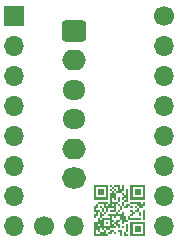
<source format=gbr>
%TF.GenerationSoftware,KiCad,Pcbnew,8.0.1*%
%TF.CreationDate,2024-05-19T23:11:23-04:00*%
%TF.ProjectId,stepstick-breakout,73746570-7374-4696-936b-2d627265616b,rev?*%
%TF.SameCoordinates,Original*%
%TF.FileFunction,Soldermask,Bot*%
%TF.FilePolarity,Negative*%
%FSLAX46Y46*%
G04 Gerber Fmt 4.6, Leading zero omitted, Abs format (unit mm)*
G04 Created by KiCad (PCBNEW 8.0.1) date 2024-05-19 23:11:23*
%MOMM*%
%LPD*%
G01*
G04 APERTURE LIST*
G04 Aperture macros list*
%AMRoundRect*
0 Rectangle with rounded corners*
0 $1 Rounding radius*
0 $2 $3 $4 $5 $6 $7 $8 $9 X,Y pos of 4 corners*
0 Add a 4 corners polygon primitive as box body*
4,1,4,$2,$3,$4,$5,$6,$7,$8,$9,$2,$3,0*
0 Add four circle primitives for the rounded corners*
1,1,$1+$1,$2,$3*
1,1,$1+$1,$4,$5*
1,1,$1+$1,$6,$7*
1,1,$1+$1,$8,$9*
0 Add four rect primitives between the rounded corners*
20,1,$1+$1,$2,$3,$4,$5,0*
20,1,$1+$1,$4,$5,$6,$7,0*
20,1,$1+$1,$6,$7,$8,$9,0*
20,1,$1+$1,$8,$9,$2,$3,0*%
G04 Aperture macros list end*
%ADD10C,0.000000*%
%ADD11RoundRect,0.264706X-0.760294X0.635294X-0.760294X-0.635294X0.760294X-0.635294X0.760294X0.635294X0*%
%ADD12O,2.000000X1.750000*%
%ADD13O,1.950000X1.700000*%
%ADD14O,2.050000X1.800000*%
%ADD15C,1.700000*%
%ADD16O,1.700000X1.700000*%
%ADD17R,1.700000X1.700000*%
G04 APERTURE END LIST*
D10*
%TO.C,G\u002A\u002A\u002A*%
G36*
X112535902Y-77667388D02*
G01*
X112535902Y-78014029D01*
X112449691Y-78014029D01*
X112363479Y-78014029D01*
X112363479Y-78098444D01*
X112363479Y-78182859D01*
X112449691Y-78182859D01*
X112535902Y-78182859D01*
X112535902Y-78270803D01*
X112535902Y-78358746D01*
X112450589Y-78359708D01*
X112449154Y-78359724D01*
X112426233Y-78359907D01*
X112400505Y-78360003D01*
X112372877Y-78360017D01*
X112344259Y-78359957D01*
X112315559Y-78359830D01*
X112287684Y-78359643D01*
X112261544Y-78359404D01*
X112238046Y-78359118D01*
X112218099Y-78358795D01*
X112202612Y-78358440D01*
X112192492Y-78358060D01*
X112188648Y-78357663D01*
X112188553Y-78357127D01*
X112188292Y-78351013D01*
X112188052Y-78338647D01*
X112187835Y-78320721D01*
X112187646Y-78297925D01*
X112187487Y-78270950D01*
X112187364Y-78240485D01*
X112187278Y-78207222D01*
X112187235Y-78171851D01*
X112187236Y-78135062D01*
X112187287Y-78097546D01*
X112187465Y-78010437D01*
X112273666Y-78010437D01*
X112359868Y-78010437D01*
X112359777Y-77752701D01*
X112359770Y-77731723D01*
X112359757Y-77686358D01*
X112359749Y-77641346D01*
X112359743Y-77597540D01*
X112359742Y-77555794D01*
X112359744Y-77516962D01*
X112359749Y-77481898D01*
X112359758Y-77451456D01*
X112359770Y-77426491D01*
X112359786Y-77407856D01*
X112359887Y-77320746D01*
X112447894Y-77320746D01*
X112535902Y-77320746D01*
X112535902Y-77667388D01*
G37*
G36*
X112191057Y-74565577D02*
G01*
X112104845Y-74565577D01*
X112018634Y-74565577D01*
X112018634Y-74649993D01*
X112018634Y-74734408D01*
X112104845Y-74734408D01*
X112191057Y-74734408D01*
X112191057Y-74820619D01*
X112191057Y-74906830D01*
X112275510Y-74906830D01*
X112359963Y-74906830D01*
X112359803Y-74735306D01*
X112359784Y-74713936D01*
X112359757Y-74674815D01*
X112359738Y-74635343D01*
X112359727Y-74596775D01*
X112359724Y-74560369D01*
X112359729Y-74527379D01*
X112359742Y-74499061D01*
X112359765Y-74476672D01*
X112359887Y-74389563D01*
X112447894Y-74389563D01*
X112535902Y-74389563D01*
X112535902Y-74908627D01*
X112535902Y-75251676D01*
X112535902Y-75424098D01*
X112535902Y-75427690D01*
X112448792Y-75427868D01*
X112447050Y-75427871D01*
X112415306Y-75427907D01*
X112379572Y-75427904D01*
X112342643Y-75427867D01*
X112307311Y-75427798D01*
X112276370Y-75427699D01*
X112191057Y-75427353D01*
X112191057Y-75598148D01*
X112191057Y-75768943D01*
X112275472Y-75768943D01*
X112359887Y-75768943D01*
X112359887Y-75682732D01*
X112359887Y-75596521D01*
X112532310Y-75596521D01*
X112704732Y-75596521D01*
X112704732Y-75510309D01*
X112704732Y-75424098D01*
X113137585Y-75424098D01*
X113570437Y-75424098D01*
X113570437Y-75510309D01*
X113570437Y-75596521D01*
X113654852Y-75596521D01*
X113739268Y-75596521D01*
X113739268Y-75510309D01*
X113739268Y-75424098D01*
X113827275Y-75424098D01*
X113915282Y-75424098D01*
X113915282Y-75598317D01*
X113915282Y-75772535D01*
X113829071Y-75772535D01*
X113742860Y-75772535D01*
X113742860Y-75858747D01*
X113742860Y-75941366D01*
X113742860Y-75944958D01*
X113655750Y-75945135D01*
X113654008Y-75945139D01*
X113622264Y-75945174D01*
X113586530Y-75945172D01*
X113549601Y-75945135D01*
X113514269Y-75945066D01*
X113483328Y-75944967D01*
X113398015Y-75944621D01*
X113398015Y-76113788D01*
X113398015Y-76115416D01*
X113398015Y-76286211D01*
X113484226Y-76286211D01*
X113570437Y-76286211D01*
X113570437Y-76460430D01*
X113570437Y-76634648D01*
X113482430Y-76634648D01*
X113394423Y-76634648D01*
X113394275Y-76549335D01*
X113394273Y-76548561D01*
X113394187Y-76517284D01*
X113394040Y-76481736D01*
X113393845Y-76444752D01*
X113393620Y-76409165D01*
X113393377Y-76377811D01*
X113392626Y-76291599D01*
X113222898Y-76290722D01*
X113053170Y-76289845D01*
X113053170Y-76376036D01*
X113053170Y-76462226D01*
X112966958Y-76462226D01*
X112880747Y-76462226D01*
X112880747Y-76548437D01*
X112880747Y-76634648D01*
X112794536Y-76634648D01*
X112708324Y-76634648D01*
X112708324Y-76719064D01*
X112708324Y-76803479D01*
X113139381Y-76803479D01*
X113570437Y-76803479D01*
X113570437Y-76891486D01*
X113570437Y-76979493D01*
X113483328Y-76979576D01*
X113477766Y-76979581D01*
X113459817Y-76979591D01*
X113435491Y-76979600D01*
X113405354Y-76979608D01*
X113369972Y-76979615D01*
X113329912Y-76979621D01*
X113285739Y-76979625D01*
X113238021Y-76979629D01*
X113187323Y-76979631D01*
X113134212Y-76979631D01*
X113079253Y-76979630D01*
X113023014Y-76979628D01*
X112966060Y-76979624D01*
X112535902Y-76979590D01*
X112535902Y-77065753D01*
X112535902Y-77151916D01*
X112448792Y-77152093D01*
X112447050Y-77152097D01*
X112415306Y-77152132D01*
X112379572Y-77152130D01*
X112342643Y-77152093D01*
X112307311Y-77152024D01*
X112276370Y-77151925D01*
X112191057Y-77151579D01*
X112191057Y-77237959D01*
X112191057Y-77324339D01*
X112103049Y-77324339D01*
X112015042Y-77324339D01*
X112014894Y-77239025D01*
X112014893Y-77238251D01*
X112014807Y-77206974D01*
X112014659Y-77171427D01*
X112014465Y-77134442D01*
X112014239Y-77098855D01*
X112013996Y-77067501D01*
X112013246Y-76981290D01*
X111929729Y-76980325D01*
X111846212Y-76979361D01*
X111846212Y-77065639D01*
X111846212Y-77151916D01*
X111760000Y-77151916D01*
X111673789Y-77151916D01*
X111673789Y-77236331D01*
X111673789Y-77320746D01*
X111760000Y-77320746D01*
X111846212Y-77320746D01*
X111846212Y-77493169D01*
X111846212Y-77494965D01*
X111846212Y-77669184D01*
X111758269Y-77669184D01*
X111670327Y-77669184D01*
X111669364Y-77583871D01*
X111668401Y-77498557D01*
X111584884Y-77497593D01*
X111501366Y-77496629D01*
X111501366Y-77582906D01*
X111501366Y-77669184D01*
X111414257Y-77669306D01*
X111402473Y-77669320D01*
X111376596Y-77669337D01*
X111345496Y-77669346D01*
X111310431Y-77669346D01*
X111272655Y-77669339D01*
X111233424Y-77669323D01*
X111193995Y-77669299D01*
X111155623Y-77669268D01*
X110984099Y-77669107D01*
X110984099Y-77753561D01*
X110984099Y-77838014D01*
X111156521Y-77838014D01*
X111328944Y-77838014D01*
X111328944Y-77924225D01*
X111328944Y-78010437D01*
X111415155Y-78010437D01*
X111501366Y-78010437D01*
X111501366Y-78098444D01*
X111501366Y-78186451D01*
X111413424Y-78186451D01*
X111325482Y-78186451D01*
X111324519Y-78101138D01*
X111323556Y-78015825D01*
X111240038Y-78014861D01*
X111156521Y-78013897D01*
X111156521Y-78100174D01*
X111156521Y-78186451D01*
X111069412Y-78186629D01*
X111067670Y-78186632D01*
X111035925Y-78186668D01*
X111000192Y-78186666D01*
X110963262Y-78186628D01*
X110927930Y-78186559D01*
X110896989Y-78186460D01*
X110811676Y-78186115D01*
X110811676Y-78272430D01*
X110811676Y-78358746D01*
X110724567Y-78359708D01*
X110711637Y-78359819D01*
X110690813Y-78359931D01*
X110664542Y-78360021D01*
X110633292Y-78360091D01*
X110597532Y-78360142D01*
X110557729Y-78360173D01*
X110514350Y-78360187D01*
X110467864Y-78360184D01*
X110418738Y-78360164D01*
X110367441Y-78360129D01*
X110314439Y-78360080D01*
X110260202Y-78360017D01*
X110205195Y-78359941D01*
X110149889Y-78359853D01*
X110094749Y-78359754D01*
X110040245Y-78359645D01*
X109986843Y-78359526D01*
X109935012Y-78359399D01*
X109885219Y-78359264D01*
X109837933Y-78359122D01*
X109793620Y-78358975D01*
X109752750Y-78358821D01*
X109715789Y-78358664D01*
X109683205Y-78358503D01*
X109655467Y-78358340D01*
X109633042Y-78358174D01*
X109616397Y-78358008D01*
X109606002Y-78357841D01*
X109602322Y-78357676D01*
X109602254Y-78356737D01*
X109602119Y-78349653D01*
X109601989Y-78335935D01*
X109601864Y-78315951D01*
X109601745Y-78290069D01*
X109601632Y-78258657D01*
X109601525Y-78222085D01*
X109601425Y-78180719D01*
X109601333Y-78134928D01*
X109601249Y-78085080D01*
X109601172Y-78031544D01*
X109601105Y-77974688D01*
X109601046Y-77914879D01*
X109600997Y-77852487D01*
X109600990Y-77841474D01*
X109777141Y-77841474D01*
X109777141Y-78012167D01*
X109777141Y-78182859D01*
X109947833Y-78182859D01*
X110118526Y-78182859D01*
X110117562Y-78099342D01*
X110116598Y-78015825D01*
X110031349Y-78014862D01*
X109946101Y-78013899D01*
X109946062Y-78010437D01*
X110121986Y-78010437D01*
X110292679Y-78010437D01*
X110463371Y-78010437D01*
X110639254Y-78010437D01*
X110639254Y-78012254D01*
X110639254Y-78182859D01*
X110723669Y-78182859D01*
X110808084Y-78182859D01*
X110808084Y-78096648D01*
X110808084Y-78010437D01*
X110894361Y-78010437D01*
X110980639Y-78010437D01*
X110979675Y-77926920D01*
X110978710Y-77843402D01*
X110808982Y-77842525D01*
X110639254Y-77841649D01*
X110639254Y-78010437D01*
X110463371Y-78010437D01*
X110462407Y-77926920D01*
X110461443Y-77843402D01*
X110376194Y-77842440D01*
X110290946Y-77841477D01*
X110290907Y-77838014D01*
X110466831Y-77838014D01*
X110551312Y-77838014D01*
X110635794Y-77838014D01*
X110634830Y-77754497D01*
X110633865Y-77670980D01*
X110550348Y-77670016D01*
X110466831Y-77669051D01*
X110466831Y-77753533D01*
X110466831Y-77838014D01*
X110290907Y-77838014D01*
X110289983Y-77756228D01*
X110289020Y-77670980D01*
X110205503Y-77670016D01*
X110121986Y-77669051D01*
X110121986Y-77839744D01*
X110121986Y-78010437D01*
X109946062Y-78010437D01*
X109945138Y-77928651D01*
X109944175Y-77843402D01*
X109860658Y-77842438D01*
X109777141Y-77841474D01*
X109600990Y-77841474D01*
X109600957Y-77787879D01*
X109600928Y-77721423D01*
X109600910Y-77653489D01*
X109600903Y-77584443D01*
X109600907Y-77514654D01*
X109600912Y-77493169D01*
X109949563Y-77493169D01*
X110034045Y-77493169D01*
X110118526Y-77493169D01*
X110466831Y-77493169D01*
X110723618Y-77493169D01*
X110980406Y-77493169D01*
X111328944Y-77493169D01*
X111413425Y-77493169D01*
X111497907Y-77493169D01*
X111496942Y-77409652D01*
X111495978Y-77326135D01*
X111412461Y-77325170D01*
X111328944Y-77324206D01*
X111328944Y-77408688D01*
X111328944Y-77493169D01*
X110980406Y-77493169D01*
X110979835Y-77320746D01*
X111156521Y-77320746D01*
X111241003Y-77320746D01*
X111325484Y-77320746D01*
X111324520Y-77237229D01*
X111323556Y-77153712D01*
X111240038Y-77152748D01*
X111156521Y-77151784D01*
X111156521Y-77236265D01*
X111156521Y-77320746D01*
X110979835Y-77320746D01*
X110979558Y-77237229D01*
X110978710Y-76981290D01*
X110722771Y-76980442D01*
X110466831Y-76979594D01*
X110466831Y-77236382D01*
X110466831Y-77493169D01*
X110118526Y-77493169D01*
X110117562Y-77409652D01*
X110116598Y-77326135D01*
X110033080Y-77325170D01*
X109949563Y-77324206D01*
X109949563Y-77408688D01*
X109949563Y-77493169D01*
X109600912Y-77493169D01*
X109600923Y-77444490D01*
X109600952Y-77374320D01*
X109600993Y-77304512D01*
X109601048Y-77235433D01*
X109601126Y-77148324D01*
X109773717Y-77148324D01*
X109946308Y-77148324D01*
X109945962Y-77063011D01*
X109945956Y-77061304D01*
X109945858Y-77030015D01*
X109945791Y-76994506D01*
X109945773Y-76975901D01*
X110121986Y-76975901D01*
X110206467Y-76975901D01*
X110290949Y-76975901D01*
X111156521Y-76975901D01*
X111242733Y-76975901D01*
X111328944Y-76975901D01*
X111328944Y-77062113D01*
X111328944Y-77148324D01*
X111413359Y-77148324D01*
X111497774Y-77148324D01*
X111497774Y-77062113D01*
X111497774Y-76975901D01*
X111670176Y-76975901D01*
X111842577Y-76975901D01*
X111841700Y-76806173D01*
X111840823Y-76636444D01*
X111671095Y-76635567D01*
X111501366Y-76634691D01*
X111501366Y-76720881D01*
X111501366Y-76807071D01*
X111413424Y-76807071D01*
X111325482Y-76807071D01*
X111324519Y-76721758D01*
X111323556Y-76636444D01*
X111240038Y-76635480D01*
X111156521Y-76634516D01*
X111156521Y-76805209D01*
X111156521Y-76975901D01*
X110290949Y-76975901D01*
X110289984Y-76892384D01*
X110289020Y-76808867D01*
X110205503Y-76807903D01*
X110121986Y-76806939D01*
X110121986Y-76891420D01*
X110121986Y-76975901D01*
X109945773Y-76975901D01*
X109945756Y-76957570D01*
X109945756Y-76921999D01*
X109945794Y-76890588D01*
X109945971Y-76803479D01*
X110032132Y-76803479D01*
X110118293Y-76803479D01*
X110294408Y-76803479D01*
X110637524Y-76803479D01*
X110980639Y-76803479D01*
X110979675Y-76719962D01*
X110978710Y-76636444D01*
X110893397Y-76635481D01*
X110808084Y-76634518D01*
X110808084Y-76546576D01*
X110808084Y-76458634D01*
X111152995Y-76458634D01*
X111497907Y-76458634D01*
X111673789Y-76458634D01*
X111844415Y-76458634D01*
X112015042Y-76458634D01*
X112015042Y-76372422D01*
X112015042Y-76286211D01*
X112103049Y-76286211D01*
X112191057Y-76286211D01*
X112191057Y-76458634D01*
X112191057Y-76631056D01*
X112277268Y-76631056D01*
X112363479Y-76631056D01*
X112363479Y-76803479D01*
X112363479Y-76975901D01*
X112448063Y-76975901D01*
X112532647Y-76975901D01*
X112532301Y-76890588D01*
X112532294Y-76888881D01*
X112532197Y-76857593D01*
X112532130Y-76822083D01*
X112532094Y-76785147D01*
X112532095Y-76749577D01*
X112532132Y-76718166D01*
X112532310Y-76631056D01*
X112618521Y-76631056D01*
X112704732Y-76631056D01*
X112704732Y-76544845D01*
X112704732Y-76458634D01*
X112791010Y-76458634D01*
X112877287Y-76458634D01*
X112876323Y-76375116D01*
X112875359Y-76291599D01*
X112790045Y-76290636D01*
X112704732Y-76289673D01*
X112704732Y-76201731D01*
X112704732Y-76113788D01*
X112792740Y-76113788D01*
X112880747Y-76113788D01*
X112880747Y-76200000D01*
X112880747Y-76286211D01*
X112965162Y-76286211D01*
X113049577Y-76286211D01*
X113049577Y-76200000D01*
X113049577Y-76113788D01*
X113135855Y-76113788D01*
X113222132Y-76113788D01*
X113221168Y-76030271D01*
X113220204Y-75946754D01*
X113134891Y-75945791D01*
X113049577Y-75944828D01*
X113049577Y-75941366D01*
X113225592Y-75941366D01*
X113310073Y-75941366D01*
X113394555Y-75941366D01*
X113393591Y-75857849D01*
X113392626Y-75774332D01*
X113309109Y-75773367D01*
X113225592Y-75772403D01*
X113225592Y-75856885D01*
X113225592Y-75941366D01*
X113049577Y-75941366D01*
X113049577Y-75856886D01*
X113049577Y-75768943D01*
X113135855Y-75768943D01*
X113222132Y-75768943D01*
X113221168Y-75685426D01*
X113220204Y-75601909D01*
X112964264Y-75601061D01*
X112708324Y-75600214D01*
X112708324Y-75684578D01*
X112708324Y-75768943D01*
X112794536Y-75768943D01*
X112880747Y-75768943D01*
X112880747Y-75856951D01*
X112880747Y-75944958D01*
X112792805Y-75944958D01*
X112704862Y-75944958D01*
X112703899Y-75859645D01*
X112702936Y-75774332D01*
X112619419Y-75773367D01*
X112535902Y-75772403D01*
X112535902Y-75858558D01*
X112535902Y-75944714D01*
X112448792Y-75945734D01*
X112447446Y-75945749D01*
X112415587Y-75946011D01*
X112379532Y-75946139D01*
X112342126Y-75946136D01*
X112306213Y-75946000D01*
X112274639Y-75945732D01*
X112187594Y-75944710D01*
X112186631Y-75859521D01*
X112185668Y-75774332D01*
X112102151Y-75773367D01*
X112018634Y-75772403D01*
X112018634Y-75944892D01*
X112018634Y-76113788D01*
X112018634Y-76117381D01*
X111932423Y-76117381D01*
X111846212Y-76117381D01*
X111846212Y-76203592D01*
X111846212Y-76289803D01*
X111760000Y-76289803D01*
X111673789Y-76289803D01*
X111673789Y-76374218D01*
X111673789Y-76458634D01*
X111497907Y-76458634D01*
X111496942Y-76375116D01*
X111495978Y-76291599D01*
X111323556Y-76290807D01*
X111300941Y-76290706D01*
X111261864Y-76290540D01*
X111222556Y-76290384D01*
X111184255Y-76290243D01*
X111148195Y-76290121D01*
X111115612Y-76290022D01*
X111087741Y-76289950D01*
X111065820Y-76289909D01*
X110980507Y-76289803D01*
X110980507Y-76201796D01*
X110980507Y-76113788D01*
X111152995Y-76113788D01*
X111325484Y-76113788D01*
X111324520Y-76030271D01*
X111323556Y-75946754D01*
X111067616Y-75945906D01*
X110811676Y-75945059D01*
X110811676Y-76117431D01*
X110811676Y-76286211D01*
X110811676Y-76289803D01*
X110725465Y-76289803D01*
X110639254Y-76289803D01*
X110639254Y-76376014D01*
X110639254Y-76458634D01*
X110639254Y-76462226D01*
X110553042Y-76462226D01*
X110466831Y-76462226D01*
X110466831Y-76548437D01*
X110466831Y-76634648D01*
X110380620Y-76634648D01*
X110294408Y-76634648D01*
X110294408Y-76719064D01*
X110294408Y-76803479D01*
X110118293Y-76803479D01*
X110117445Y-76547539D01*
X110117151Y-76458634D01*
X110294408Y-76458634D01*
X110378890Y-76458634D01*
X110463371Y-76458634D01*
X110462407Y-76375116D01*
X110461443Y-76291599D01*
X110377926Y-76290635D01*
X110294408Y-76289671D01*
X110294408Y-76374152D01*
X110294408Y-76458634D01*
X110117151Y-76458634D01*
X110116598Y-76291599D01*
X110033080Y-76290635D01*
X109949563Y-76289671D01*
X109949563Y-76462160D01*
X109949563Y-76634648D01*
X109863352Y-76634648D01*
X109777141Y-76634648D01*
X109777141Y-76720860D01*
X109777141Y-76807071D01*
X109689258Y-76807071D01*
X109601375Y-76807071D01*
X109600352Y-76719962D01*
X109600337Y-76718630D01*
X109600075Y-76686767D01*
X109599945Y-76650700D01*
X109599948Y-76613276D01*
X109600083Y-76577341D01*
X109600350Y-76545743D01*
X109601370Y-76458634D01*
X109687526Y-76458634D01*
X109773681Y-76458634D01*
X109772717Y-76375116D01*
X109771752Y-76291599D01*
X109686439Y-76290636D01*
X109601126Y-76289673D01*
X109601028Y-76205323D01*
X109601023Y-76200707D01*
X109600993Y-76169679D01*
X109600968Y-76134561D01*
X109600957Y-76113788D01*
X109777141Y-76113788D01*
X109949563Y-76113788D01*
X110121986Y-76113788D01*
X110121986Y-76200000D01*
X110121986Y-76286211D01*
X110206380Y-76286211D01*
X110290774Y-76286211D01*
X110466831Y-76286211D01*
X110551225Y-76286211D01*
X110635619Y-76286211D01*
X110634742Y-76116483D01*
X110633865Y-75946754D01*
X110550348Y-75945790D01*
X110466831Y-75944826D01*
X110466831Y-76115518D01*
X110466831Y-76286211D01*
X110290774Y-76286211D01*
X110289897Y-76116483D01*
X110289020Y-75946754D01*
X110203707Y-75945791D01*
X110118394Y-75944828D01*
X110118394Y-75856886D01*
X110118394Y-75768943D01*
X110206401Y-75768943D01*
X110294408Y-75768943D01*
X110294408Y-75855155D01*
X110294408Y-75941366D01*
X110378802Y-75941366D01*
X110463197Y-75941366D01*
X110462320Y-75771637D01*
X110462306Y-75768943D01*
X110639254Y-75768943D01*
X110723735Y-75768943D01*
X110808216Y-75768943D01*
X111156521Y-75768943D01*
X111241003Y-75768943D01*
X111325484Y-75768943D01*
X111501366Y-75768943D01*
X111501366Y-75941366D01*
X111501366Y-75943096D01*
X111501366Y-76286211D01*
X111585782Y-76286211D01*
X111670197Y-76286211D01*
X111670197Y-76200000D01*
X111670197Y-76113788D01*
X111756387Y-76113788D01*
X111842577Y-76113788D01*
X111841700Y-75944060D01*
X111840823Y-75774332D01*
X111755575Y-75773369D01*
X111670327Y-75772406D01*
X111669364Y-75687157D01*
X111668401Y-75601909D01*
X111584884Y-75600945D01*
X111501366Y-75599981D01*
X111501366Y-75768943D01*
X111325484Y-75768943D01*
X111324520Y-75685426D01*
X111323556Y-75601909D01*
X111240038Y-75600945D01*
X111156521Y-75599981D01*
X111156521Y-75684462D01*
X111156521Y-75768943D01*
X110808216Y-75768943D01*
X110807252Y-75685426D01*
X110806288Y-75601909D01*
X110722771Y-75600945D01*
X110639254Y-75599981D01*
X110639254Y-75684462D01*
X110639254Y-75768943D01*
X110462306Y-75768943D01*
X110461443Y-75601909D01*
X110205503Y-75601061D01*
X109949563Y-75600214D01*
X109949563Y-75772586D01*
X109949563Y-75944958D01*
X109863352Y-75944958D01*
X109777141Y-75944958D01*
X109777141Y-76029373D01*
X109777141Y-76113788D01*
X109600957Y-76113788D01*
X109600948Y-76098003D01*
X109600935Y-76062656D01*
X109600930Y-76031169D01*
X109600930Y-76026702D01*
X109600936Y-75994236D01*
X109600951Y-75958146D01*
X109600972Y-75921134D01*
X109600998Y-75885903D01*
X109601028Y-75855155D01*
X109601126Y-75768943D01*
X109687337Y-75768943D01*
X109773549Y-75768943D01*
X109773549Y-75682732D01*
X109773549Y-75596521D01*
X109859760Y-75596521D01*
X109945971Y-75596521D01*
X109945971Y-75510309D01*
X109945971Y-75424098D01*
X110378824Y-75424098D01*
X110811676Y-75424098D01*
X110811676Y-75510309D01*
X110811676Y-75596521D01*
X110896058Y-75596521D01*
X110980439Y-75596521D01*
X110980411Y-75424098D01*
X111156521Y-75424098D01*
X111413527Y-75424098D01*
X111670534Y-75424098D01*
X111670188Y-75338785D01*
X111670181Y-75337078D01*
X111670084Y-75305789D01*
X111670017Y-75270280D01*
X111669982Y-75233344D01*
X111669982Y-75197773D01*
X111670020Y-75166362D01*
X111670197Y-75079253D01*
X111758204Y-75079253D01*
X111846212Y-75079253D01*
X111846212Y-75253472D01*
X111846212Y-75427690D01*
X111760000Y-75427690D01*
X111673789Y-75427690D01*
X111673789Y-75512106D01*
X111673789Y-75596521D01*
X111760000Y-75596521D01*
X111846212Y-75596521D01*
X111846212Y-75682732D01*
X111846212Y-75768943D01*
X111930795Y-75768943D01*
X112015379Y-75768943D01*
X112015033Y-75683630D01*
X112015026Y-75681923D01*
X112014929Y-75650635D01*
X112014862Y-75615125D01*
X112014827Y-75578189D01*
X112014827Y-75542619D01*
X112014865Y-75511208D01*
X112015042Y-75424098D01*
X112101319Y-75424098D01*
X112187597Y-75424098D01*
X112186633Y-75340581D01*
X112185668Y-75257064D01*
X112100355Y-75256101D01*
X112015042Y-75255138D01*
X112015042Y-75251676D01*
X112191057Y-75251676D01*
X112275538Y-75251676D01*
X112360019Y-75251676D01*
X112359055Y-75168158D01*
X112358091Y-75084641D01*
X112274574Y-75083677D01*
X112191057Y-75082713D01*
X112191057Y-75167194D01*
X112191057Y-75251676D01*
X112015042Y-75251676D01*
X112015042Y-75167195D01*
X112015042Y-75079253D01*
X112101319Y-75079253D01*
X112187597Y-75079253D01*
X112186633Y-74995736D01*
X112185668Y-74912219D01*
X112100420Y-74911256D01*
X112015172Y-74910293D01*
X112014209Y-74825045D01*
X112013246Y-74739796D01*
X111757306Y-74738948D01*
X111501366Y-74738101D01*
X111501366Y-74996684D01*
X111501366Y-75255268D01*
X111413424Y-75255268D01*
X111325482Y-75255268D01*
X111324519Y-75169955D01*
X111323556Y-75084641D01*
X111240038Y-75083677D01*
X111156521Y-75082713D01*
X111156521Y-75253406D01*
X111156521Y-75424098D01*
X110980411Y-75424098D01*
X110980383Y-75252574D01*
X110980383Y-75250272D01*
X110980376Y-75198888D01*
X110980371Y-75147970D01*
X110980368Y-75098189D01*
X110980367Y-75050218D01*
X110980369Y-75004728D01*
X110980372Y-74962391D01*
X110980377Y-74923879D01*
X110980385Y-74889863D01*
X110980394Y-74861017D01*
X110980404Y-74838011D01*
X110980417Y-74821517D01*
X110980507Y-74734408D01*
X111066784Y-74734408D01*
X111153061Y-74734408D01*
X111328944Y-74734408D01*
X111413425Y-74734408D01*
X111497907Y-74734408D01*
X111496942Y-74650891D01*
X111495978Y-74567374D01*
X111412461Y-74566409D01*
X111328944Y-74565445D01*
X111328944Y-74649927D01*
X111328944Y-74734408D01*
X111153061Y-74734408D01*
X111152097Y-74650891D01*
X111151133Y-74567374D01*
X111065820Y-74566411D01*
X110980507Y-74565447D01*
X110980507Y-74561985D01*
X111156521Y-74561985D01*
X111241003Y-74561985D01*
X111325484Y-74561985D01*
X111324520Y-74478468D01*
X111323556Y-74394951D01*
X111240038Y-74393987D01*
X111156521Y-74393023D01*
X111156521Y-74477504D01*
X111156521Y-74561985D01*
X110980507Y-74561985D01*
X110980507Y-74477505D01*
X110980507Y-74389563D01*
X111066784Y-74389563D01*
X111153061Y-74389563D01*
X111328944Y-74389563D01*
X111415155Y-74389563D01*
X111501366Y-74389563D01*
X111501366Y-74475774D01*
X111501366Y-74561985D01*
X111585760Y-74561985D01*
X111670155Y-74561985D01*
X111669278Y-74392257D01*
X111668401Y-74222528D01*
X111498672Y-74221651D01*
X111328944Y-74220775D01*
X111328944Y-74305169D01*
X111328944Y-74389563D01*
X111153061Y-74389563D01*
X111152097Y-74306046D01*
X111151133Y-74222528D01*
X111065820Y-74221565D01*
X110980507Y-74220602D01*
X110980507Y-74132660D01*
X110980507Y-74044718D01*
X111068514Y-74044718D01*
X111156521Y-74044718D01*
X111156521Y-74130929D01*
X111156521Y-74217140D01*
X111240936Y-74217140D01*
X111325352Y-74217140D01*
X111325352Y-74130929D01*
X111325352Y-74044718D01*
X111585782Y-74044718D01*
X111846212Y-74044718D01*
X111846212Y-74217140D01*
X111846212Y-74389563D01*
X111930795Y-74389563D01*
X112015379Y-74389563D01*
X112015033Y-74304250D01*
X112015026Y-74302542D01*
X112014929Y-74271254D01*
X112014862Y-74235745D01*
X112014827Y-74198808D01*
X112014827Y-74163238D01*
X112014865Y-74131827D01*
X112015042Y-74044718D01*
X112103049Y-74044718D01*
X112191057Y-74044718D01*
X112191057Y-74305148D01*
X112191057Y-74561985D01*
X112191057Y-74565577D01*
G37*
G36*
X112018634Y-78098444D02*
G01*
X112018634Y-78358874D01*
X111930627Y-78358874D01*
X111842619Y-78358874D01*
X111842472Y-78273561D01*
X111842470Y-78272786D01*
X111842384Y-78241510D01*
X111842237Y-78205962D01*
X111842042Y-78168978D01*
X111841816Y-78133391D01*
X111841574Y-78102036D01*
X111840823Y-78015825D01*
X111755510Y-78014862D01*
X111670197Y-78013899D01*
X111670197Y-77925957D01*
X111670197Y-77838014D01*
X111844415Y-77838014D01*
X112018634Y-77838014D01*
X112018634Y-78098444D01*
G37*
G36*
X113915282Y-77751803D02*
G01*
X113915282Y-78355282D01*
X113311803Y-78355282D01*
X112708324Y-78355282D01*
X112708324Y-78182859D01*
X112880747Y-78182859D01*
X113311803Y-78182859D01*
X113742860Y-78182859D01*
X113742860Y-77751803D01*
X113742860Y-77320746D01*
X113311803Y-77320746D01*
X112880747Y-77320746D01*
X112880747Y-77751803D01*
X112880747Y-78182859D01*
X112708324Y-78182859D01*
X112708324Y-77751803D01*
X112708324Y-77148324D01*
X113311803Y-77148324D01*
X113915282Y-77148324D01*
X113915282Y-77320746D01*
X113915282Y-77751803D01*
G37*
G36*
X112191057Y-77581176D02*
G01*
X112191057Y-77669184D01*
X112103049Y-77669184D01*
X112015042Y-77669184D01*
X112015042Y-77581176D01*
X112015042Y-77493169D01*
X112103049Y-77493169D01*
X112191057Y-77493169D01*
X112191057Y-77581176D01*
G37*
G36*
X113915282Y-76546641D02*
G01*
X113915282Y-76979493D01*
X113827275Y-76979493D01*
X113739268Y-76979493D01*
X113739198Y-76895078D01*
X113739191Y-76885719D01*
X113739180Y-76864010D01*
X113739169Y-76836418D01*
X113739160Y-76803776D01*
X113739151Y-76766914D01*
X113739143Y-76726666D01*
X113739137Y-76683863D01*
X113739132Y-76639336D01*
X113739130Y-76593917D01*
X113739129Y-76548437D01*
X113739129Y-76523085D01*
X113739131Y-76477446D01*
X113739135Y-76432287D01*
X113739140Y-76388445D01*
X113739147Y-76346759D01*
X113739156Y-76308067D01*
X113739165Y-76273207D01*
X113739175Y-76243017D01*
X113739186Y-76218335D01*
X113739198Y-76200000D01*
X113739268Y-76113788D01*
X113827275Y-76113788D01*
X113915282Y-76113788D01*
X113915282Y-76546641D01*
G37*
G36*
X113915282Y-74648197D02*
G01*
X113915282Y-75251676D01*
X113311803Y-75251676D01*
X112708324Y-75251676D01*
X112708324Y-75079253D01*
X112880747Y-75079253D01*
X113311803Y-75079253D01*
X113742860Y-75079253D01*
X113742860Y-74648197D01*
X113742860Y-74217140D01*
X113311803Y-74217140D01*
X112880747Y-74217140D01*
X112880747Y-74648197D01*
X112880747Y-75079253D01*
X112708324Y-75079253D01*
X112708324Y-74648197D01*
X112708324Y-74044718D01*
X113311803Y-74044718D01*
X113915282Y-74044718D01*
X113915282Y-74217140D01*
X113915282Y-74648197D01*
G37*
G36*
X110811676Y-74648197D02*
G01*
X110811676Y-75251676D01*
X110208197Y-75251676D01*
X109604718Y-75251676D01*
X109604718Y-75079253D01*
X109777141Y-75079253D01*
X110208197Y-75079253D01*
X110639254Y-75079253D01*
X110639254Y-74648197D01*
X110639254Y-74217140D01*
X110208197Y-74217140D01*
X109777141Y-74217140D01*
X109777141Y-74648197D01*
X109777141Y-75079253D01*
X109604718Y-75079253D01*
X109604718Y-74648197D01*
X109604718Y-74044718D01*
X110208197Y-74044718D01*
X110811676Y-74044718D01*
X110811676Y-74217140D01*
X110811676Y-74648197D01*
G37*
G36*
X110811676Y-77236331D02*
G01*
X110811676Y-77324339D01*
X110723669Y-77324339D01*
X110635661Y-77324339D01*
X110635661Y-77236331D01*
X110635661Y-77148324D01*
X110723669Y-77148324D01*
X110811676Y-77148324D01*
X110811676Y-77236331D01*
G37*
G36*
X113570437Y-77751803D02*
G01*
X113570437Y-78010437D01*
X113311803Y-78010437D01*
X113053170Y-78010437D01*
X113053170Y-77751803D01*
X113053170Y-77493169D01*
X113311803Y-77493169D01*
X113570437Y-77493169D01*
X113570437Y-77751803D01*
G37*
G36*
X113570437Y-74648197D02*
G01*
X113570437Y-74906830D01*
X113311803Y-74906830D01*
X113053170Y-74906830D01*
X113053170Y-74648197D01*
X113053170Y-74389563D01*
X113311803Y-74389563D01*
X113570437Y-74389563D01*
X113570437Y-74648197D01*
G37*
G36*
X110466831Y-74648197D02*
G01*
X110466831Y-74906830D01*
X110208197Y-74906830D01*
X109949563Y-74906830D01*
X109949563Y-74648197D01*
X109949563Y-74389563D01*
X110208197Y-74389563D01*
X110466831Y-74389563D01*
X110466831Y-74648197D01*
G37*
%TD*%
D11*
%TO.C,J3*%
X107950000Y-60960000D03*
D12*
X107950000Y-63460000D03*
D13*
X107950000Y-65960000D03*
X107950000Y-68460000D03*
D12*
X107950000Y-70960000D03*
D14*
X107950000Y-73460000D03*
%TD*%
D15*
%TO.C,J4*%
X105410000Y-77470000D03*
D16*
X107950000Y-77470000D03*
%TD*%
%TO.C,J2*%
X102870000Y-77470000D03*
X102870000Y-74930000D03*
X102870000Y-72390000D03*
X102870000Y-69850000D03*
X102870000Y-67310000D03*
X102870000Y-64770000D03*
X102870000Y-62230000D03*
D17*
X102870000Y-59690000D03*
%TD*%
D16*
%TO.C,J1*%
X115570000Y-77470000D03*
X115570000Y-74930000D03*
X115570000Y-72390000D03*
X115570000Y-69850000D03*
X115570000Y-67310000D03*
X115570000Y-64770000D03*
X115570000Y-62230000D03*
D15*
X115570000Y-59690000D03*
%TD*%
M02*

</source>
